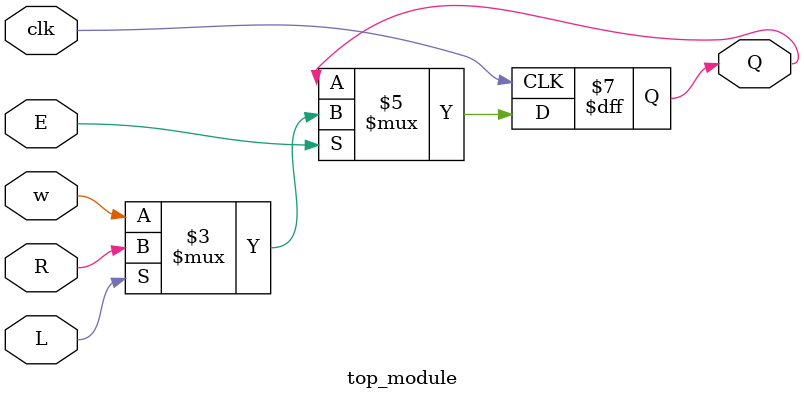
<source format=sv>
module top_module (
  input clk,
  input w,
  input R,
  input E,
  input L,
  output reg Q
);

  always @(posedge clk) begin
    if (E) begin
      if (L)
        Q <= R;
      else
        Q <= w;
    end
  end
  
endmodule

</source>
